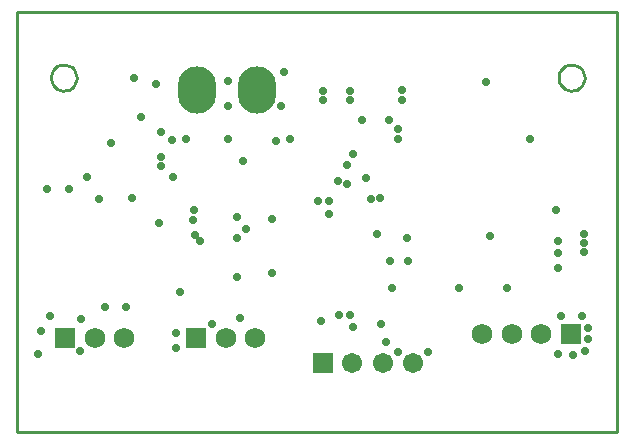
<source format=gbs>
G04*
G04 #@! TF.GenerationSoftware,Altium Limited,Altium Designer,21.8.1 (53)*
G04*
G04 Layer_Color=16711935*
%FSLAX25Y25*%
%MOIN*%
G70*
G04*
G04 #@! TF.SameCoordinates,187DA05A-B4E4-4C7B-AEA6-211E795FDF11*
G04*
G04*
G04 #@! TF.FilePolarity,Negative*
G04*
G01*
G75*
%ADD11C,0.01000*%
%ADD44C,0.06800*%
%ADD45R,0.06800X0.06800*%
%ADD46R,0.06800X0.06706*%
%ADD47R,0.06705X0.06705*%
%ADD48C,0.06706*%
%ADD49O,0.12800X0.15800*%
%ADD50C,0.02800*%
D11*
X20079Y118110D02*
X19962Y119109D01*
X19618Y120054D01*
X19065Y120894D01*
X18334Y121584D01*
X17463Y122087D01*
X16500Y122375D01*
X15496Y122434D01*
X14506Y122259D01*
X13583Y121861D01*
X12776Y121260D01*
X12130Y120490D01*
X11678Y119591D01*
X11447Y118613D01*
Y117607D01*
X11678Y116629D01*
X12130Y115731D01*
X12776Y114960D01*
X13583Y114360D01*
X14506Y113962D01*
X15496Y113787D01*
X16500Y113845D01*
X17463Y114134D01*
X18334Y114637D01*
X19065Y115326D01*
X19618Y116167D01*
X19962Y117112D01*
X20079Y118110D01*
X189370D02*
X189253Y119109D01*
X188909Y120054D01*
X188357Y120894D01*
X187626Y121584D01*
X186755Y122087D01*
X185791Y122375D01*
X184788Y122434D01*
X183797Y122259D01*
X182874Y121861D01*
X182068Y121260D01*
X181421Y120490D01*
X180970Y119591D01*
X180738Y118613D01*
Y117607D01*
X180970Y116629D01*
X181421Y115731D01*
X182068Y114960D01*
X182874Y114360D01*
X183797Y113962D01*
X184788Y113787D01*
X185791Y113845D01*
X186755Y114134D01*
X187626Y114637D01*
X188357Y115326D01*
X188909Y116167D01*
X189253Y117112D01*
X189370Y118110D01*
X0Y0D02*
X200000D01*
X0Y140000D02*
X200000D01*
Y0D02*
Y140000D01*
X0Y0D02*
Y140000D01*
D44*
X79500Y31189D02*
D03*
X69657D02*
D03*
X174843Y32500D02*
D03*
X165000D02*
D03*
X155157D02*
D03*
X26000Y31189D02*
D03*
X35842D02*
D03*
D45*
X59815D02*
D03*
X16158D02*
D03*
D46*
X184685Y32500D02*
D03*
D47*
X102000Y23000D02*
D03*
D48*
X111845D02*
D03*
X122005D02*
D03*
X132005D02*
D03*
D49*
X80000Y114000D02*
D03*
X60000D02*
D03*
D50*
X21000Y27000D02*
D03*
X17500Y81000D02*
D03*
X10000D02*
D03*
X27500Y77500D02*
D03*
X7000Y26000D02*
D03*
X61000Y63500D02*
D03*
X59500Y65500D02*
D03*
X74500Y38000D02*
D03*
X130500Y57000D02*
D03*
X124500D02*
D03*
X125000Y48000D02*
D03*
X86500Y97000D02*
D03*
X91000Y97500D02*
D03*
X48000Y88500D02*
D03*
Y91500D02*
D03*
X75586Y90414D02*
D03*
X8000Y33500D02*
D03*
X21500Y37500D02*
D03*
X53000Y28000D02*
D03*
Y33000D02*
D03*
X137000Y26500D02*
D03*
X127000D02*
D03*
X189500Y27000D02*
D03*
X190500Y31000D02*
D03*
X185500Y25500D02*
D03*
X180500Y26000D02*
D03*
X190500Y34500D02*
D03*
X188500Y38500D02*
D03*
X181500D02*
D03*
X189000Y63000D02*
D03*
Y60000D02*
D03*
Y66000D02*
D03*
X180500Y54500D02*
D03*
Y59500D02*
D03*
Y63500D02*
D03*
X128500Y110500D02*
D03*
Y114000D02*
D03*
X111000Y110500D02*
D03*
Y113500D02*
D03*
X102000Y110500D02*
D03*
Y113500D02*
D03*
X88000Y108500D02*
D03*
X89000Y120000D02*
D03*
X70500Y108500D02*
D03*
Y117000D02*
D03*
X163500Y48000D02*
D03*
X39000Y118000D02*
D03*
X46500Y116000D02*
D03*
X147500Y48000D02*
D03*
X70500Y97500D02*
D03*
X116500Y84500D02*
D03*
X110000Y82500D02*
D03*
X107000Y83500D02*
D03*
X11000Y38500D02*
D03*
X29500Y41500D02*
D03*
X36500D02*
D03*
X54500Y46500D02*
D03*
X65000Y36000D02*
D03*
X130000Y64500D02*
D03*
X127000Y97500D02*
D03*
X85000Y53000D02*
D03*
X73500Y64500D02*
D03*
Y71500D02*
D03*
X117993Y77493D02*
D03*
X121000Y78000D02*
D03*
X101500Y37000D02*
D03*
X123000Y30000D02*
D03*
X112000Y35000D02*
D03*
X121500Y36000D02*
D03*
X111018Y39018D02*
D03*
X107500Y39000D02*
D03*
X73500Y51500D02*
D03*
X38500Y78000D02*
D03*
X31500Y96191D02*
D03*
X23500Y85000D02*
D03*
X76500Y67500D02*
D03*
X85000Y71000D02*
D03*
X47500Y69500D02*
D03*
X41500Y105000D02*
D03*
X48000Y100000D02*
D03*
X100500Y77000D02*
D03*
X120000Y66000D02*
D03*
X52000Y85000D02*
D03*
X59000Y74000D02*
D03*
X104000Y72500D02*
D03*
X58732Y70732D02*
D03*
X56500Y97500D02*
D03*
X112000Y92500D02*
D03*
X51922Y97422D02*
D03*
X124000Y104000D02*
D03*
X115000D02*
D03*
X104000Y77000D02*
D03*
X110000Y89000D02*
D03*
X157749Y65251D02*
D03*
X179789Y74075D02*
D03*
X171000Y97500D02*
D03*
X127000Y101000D02*
D03*
X156500Y116500D02*
D03*
M02*

</source>
